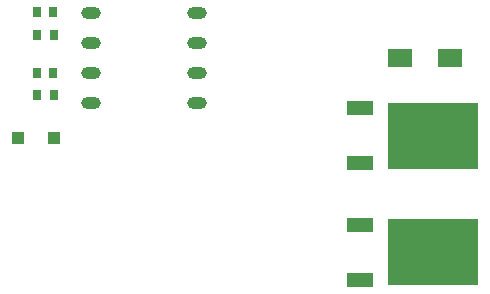
<source format=gtp>
G04 Layer_Color=8421504*
%FSLAX44Y44*%
%MOMM*%
G71*
G01*
G75*
%ADD10R,7.7000X5.6000*%
%ADD11R,2.2000X1.2500*%
%ADD12R,2.1000X1.5500*%
%ADD13R,0.7500X0.9500*%
%ADD14R,0.8000X0.9500*%
%ADD15O,1.6500X1.0500*%
%ADD16R,1.0000X1.1000*%
D10*
X405000Y149000D02*
D03*
Y50000D02*
D03*
D11*
X343500Y126000D02*
D03*
Y172000D02*
D03*
Y27000D02*
D03*
Y73000D02*
D03*
D12*
X419000Y214500D02*
D03*
X377000D02*
D03*
D13*
X84250Y234250D02*
D03*
X69750D02*
D03*
X84250Y183250D02*
D03*
X69750D02*
D03*
D14*
X69750Y202250D02*
D03*
X83250D02*
D03*
X69750Y253250D02*
D03*
X83250D02*
D03*
D15*
X115000Y253100D02*
D03*
Y227700D02*
D03*
Y202300D02*
D03*
Y176900D02*
D03*
X205000Y253100D02*
D03*
Y227700D02*
D03*
Y202300D02*
D03*
Y176900D02*
D03*
D16*
X84250Y147000D02*
D03*
X53250D02*
D03*
M02*

</source>
